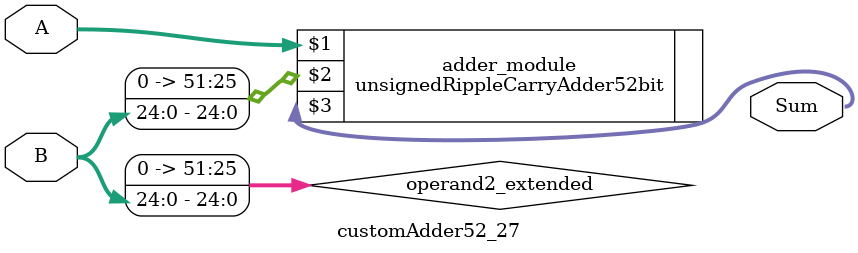
<source format=v>
module customAdder52_27(
                        input [51 : 0] A,
                        input [24 : 0] B,
                        
                        output [52 : 0] Sum
                );

        wire [51 : 0] operand2_extended;
        
        assign operand2_extended =  {27'b0, B};
        
        unsignedRippleCarryAdder52bit adder_module(
            A,
            operand2_extended,
            Sum
        );
        
        endmodule
        
</source>
